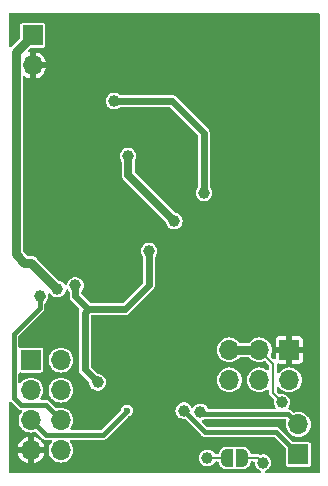
<source format=gbr>
%TF.GenerationSoftware,KiCad,Pcbnew,8.0.9-8.0.9-0~ubuntu24.04.1*%
%TF.CreationDate,2025-04-13T18:37:50+02:00*%
%TF.ProjectId,FastLapLights5V,46617374-4c61-4704-9c69-676874733556,MK4*%
%TF.SameCoordinates,Original*%
%TF.FileFunction,Copper,L4,Bot*%
%TF.FilePolarity,Positive*%
%FSLAX46Y46*%
G04 Gerber Fmt 4.6, Leading zero omitted, Abs format (unit mm)*
G04 Created by KiCad (PCBNEW 8.0.9-8.0.9-0~ubuntu24.04.1) date 2025-04-13 18:37:50*
%MOMM*%
%LPD*%
G01*
G04 APERTURE LIST*
G04 Aperture macros list*
%AMFreePoly0*
4,1,19,0.500000,-0.750000,0.000000,-0.750000,0.000000,-0.744911,-0.071157,-0.744911,-0.207708,-0.704816,-0.327430,-0.627875,-0.420627,-0.520320,-0.479746,-0.390866,-0.500000,-0.250000,-0.500000,0.250000,-0.479746,0.390866,-0.420627,0.520320,-0.327430,0.627875,-0.207708,0.704816,-0.071157,0.744911,0.000000,0.744911,0.000000,0.750000,0.500000,0.750000,0.500000,-0.750000,0.500000,-0.750000,
$1*%
%AMFreePoly1*
4,1,19,0.000000,0.744911,0.071157,0.744911,0.207708,0.704816,0.327430,0.627875,0.420627,0.520320,0.479746,0.390866,0.500000,0.250000,0.500000,-0.250000,0.479746,-0.390866,0.420627,-0.520320,0.327430,-0.627875,0.207708,-0.704816,0.071157,-0.744911,0.000000,-0.744911,0.000000,-0.750000,-0.500000,-0.750000,-0.500000,0.750000,0.000000,0.750000,0.000000,0.744911,0.000000,0.744911,
$1*%
G04 Aperture macros list end*
%TA.AperFunction,ComponentPad*%
%ADD10R,1.700000X1.700000*%
%TD*%
%TA.AperFunction,ComponentPad*%
%ADD11O,1.700000X1.700000*%
%TD*%
%TA.AperFunction,SMDPad,CuDef*%
%ADD12FreePoly0,180.000000*%
%TD*%
%TA.AperFunction,SMDPad,CuDef*%
%ADD13FreePoly1,180.000000*%
%TD*%
%TA.AperFunction,ViaPad*%
%ADD14C,1.000000*%
%TD*%
%TA.AperFunction,ViaPad*%
%ADD15C,0.700000*%
%TD*%
%TA.AperFunction,ViaPad*%
%ADD16C,0.600000*%
%TD*%
%TA.AperFunction,Conductor*%
%ADD17C,0.600000*%
%TD*%
%TA.AperFunction,Conductor*%
%ADD18C,0.200000*%
%TD*%
%TA.AperFunction,Conductor*%
%ADD19C,0.800000*%
%TD*%
%TA.AperFunction,Conductor*%
%ADD20C,0.400000*%
%TD*%
%TA.AperFunction,Conductor*%
%ADD21C,0.700000*%
%TD*%
G04 APERTURE END LIST*
D10*
%TO.P,J4,1,Pin_1*%
%TO.N,+5V*%
X44860000Y-116620000D03*
D11*
%TO.P,J4,2,Pin_2*%
%TO.N,/START_LIGHTS_5V*%
X47400000Y-116620000D03*
%TO.P,J4,3,Pin_3*%
%TO.N,/TRACK_LIGHTS_G*%
X44860000Y-119160000D03*
%TO.P,J4,4,Pin_4*%
%TO.N,/TRACK_LIGHTS_R*%
X47400000Y-119160000D03*
%TO.P,J4,5,Pin_5*%
%TO.N,/IO_POWER_RAIL_INT*%
X44860000Y-121700000D03*
%TO.P,J4,6,Pin_6*%
%TO.N,/IO_POWER_RAIL_DATA*%
X47400000Y-121700000D03*
%TO.P,J4,7,Pin_7*%
%TO.N,GND*%
X44860000Y-124240000D03*
%TO.P,J4,8,Pin_8*%
%TO.N,+3.3V*%
X47400000Y-124240000D03*
%TD*%
D10*
%TO.P,J1,1,Pin_1*%
%TO.N,VRAIL*%
X45000000Y-89125000D03*
D11*
%TO.P,J1,2,Pin_2*%
%TO.N,GND*%
X45000000Y-91665000D03*
%TD*%
D10*
%TO.P,J3,1,Pin_1*%
%TO.N,/I2C_SDA*%
X67500000Y-124600000D03*
D11*
%TO.P,J3,2,Pin_2*%
%TO.N,/I2C_SCL*%
X67500000Y-122060000D03*
%TD*%
D10*
%TO.P,J2,1,Pin_1*%
%TO.N,GND*%
X66740000Y-115760000D03*
D11*
%TO.P,J2,2,Pin_2*%
%TO.N,/SWD_SWCLK*%
X66740000Y-118300000D03*
%TO.P,J2,3,Pin_3*%
%TO.N,+3.3V*%
X64200000Y-115760000D03*
%TO.P,J2,4,Pin_4*%
%TO.N,/SWD_SWDIO*%
X64200000Y-118300000D03*
%TO.P,J2,5,Pin_5*%
%TO.N,+3.3V*%
X61660000Y-115760000D03*
%TO.P,J2,6,Pin_6*%
%TO.N,/SWD_NRST*%
X61660000Y-118300000D03*
%TD*%
D12*
%TO.P,JP1,1,A*%
%TO.N,Net-(JP1-A)*%
X62750000Y-124900000D03*
D13*
%TO.P,JP1,2,B*%
%TO.N,Net-(JP1-B)*%
X61450000Y-124900000D03*
%TD*%
D14*
%TO.N,GND*%
X53400000Y-117000000D03*
X45000000Y-107300000D03*
X54300000Y-98300000D03*
X64000000Y-104200000D03*
X45000000Y-93800000D03*
X68500000Y-104200000D03*
X50600000Y-125300000D03*
X50200000Y-107625000D03*
X62500000Y-104200000D03*
X61000000Y-113200000D03*
X57100000Y-91875000D03*
X61500000Y-108700000D03*
X55925000Y-90700000D03*
X54200000Y-121900000D03*
X61500000Y-110200000D03*
X67000000Y-104200000D03*
X52025000Y-110200000D03*
X56200000Y-120900000D03*
X54825000Y-111950000D03*
D15*
X55300000Y-117500000D03*
D14*
X65500000Y-104200000D03*
X56225000Y-96450000D03*
X64000000Y-113200000D03*
X68500000Y-113200000D03*
X53100000Y-114000000D03*
X56050000Y-100750000D03*
X62500000Y-113200000D03*
D16*
X48900000Y-122200000D03*
D14*
X55700000Y-123200000D03*
X59500000Y-118700000D03*
X58800000Y-112600000D03*
X57000000Y-109375000D03*
X59500000Y-117200000D03*
X46600000Y-107400000D03*
X50900000Y-119700000D03*
X58200000Y-103900000D03*
X67000000Y-113200000D03*
X65500000Y-113200000D03*
X61000000Y-104200000D03*
X61500000Y-107200000D03*
%TO.N,+3.3V*%
X66112792Y-120200000D03*
%TO.N,/I2C_SDA*%
X57800000Y-120900000D03*
%TO.N,/I2C_SCL*%
X59200000Y-121000000D03*
%TO.N,VRAIL*%
X47100000Y-110600000D03*
%TO.N,/IO_POWER_RAIL_DATA*%
X45600000Y-111200000D03*
%TO.N,/VRAIL_CAP*%
X53075000Y-99350000D03*
X57000000Y-104850000D03*
D16*
%TO.N,/IO_POWER_RAIL_INT*%
X53000000Y-120900000D03*
D14*
%TO.N,+5V*%
X51900000Y-94700000D03*
X50500000Y-118500000D03*
X48625000Y-110300000D03*
X59500000Y-102450000D03*
X54845000Y-107395000D03*
%TO.N,Net-(JP1-A)*%
X64500000Y-125300000D03*
%TO.N,Net-(JP1-B)*%
X59800000Y-124900000D03*
%TD*%
D17*
%TO.N,+5V*%
X51900000Y-94700000D02*
X56800000Y-94700000D01*
X56800000Y-94700000D02*
X59500000Y-97400000D01*
X59500000Y-97400000D02*
X59500000Y-102450000D01*
D18*
%TO.N,+3.3V*%
X65350000Y-119437208D02*
X65350000Y-116910000D01*
X65350000Y-116910000D02*
X64200000Y-115760000D01*
X66112792Y-120200000D02*
X65350000Y-119437208D01*
D19*
X64200000Y-115760000D02*
X61660000Y-115760000D01*
D20*
%TO.N,/I2C_SDA*%
X59600000Y-122700000D02*
X65600000Y-122700000D01*
X57800000Y-120900000D02*
X59600000Y-122700000D01*
X65600000Y-122700000D02*
X67500000Y-124600000D01*
%TO.N,/I2C_SCL*%
X66640000Y-121200000D02*
X67500000Y-122060000D01*
X59200000Y-121000000D02*
X59400000Y-121200000D01*
X59400000Y-121200000D02*
X66640000Y-121200000D01*
D19*
%TO.N,VRAIL*%
X44900000Y-108400000D02*
X44300000Y-108400000D01*
X47100000Y-110600000D02*
X44900000Y-108400000D01*
X43550000Y-107650000D02*
X43550000Y-90575000D01*
X43550000Y-90575000D02*
X45000000Y-89125000D01*
X44300000Y-108400000D02*
X43550000Y-107650000D01*
D20*
%TO.N,/IO_POWER_RAIL_DATA*%
X46110000Y-120410000D02*
X47400000Y-121700000D01*
X43400000Y-114400000D02*
X43400000Y-119800000D01*
X45600000Y-111200000D02*
X45600000Y-112200000D01*
X44010000Y-120410000D02*
X46110000Y-120410000D01*
X43400000Y-119800000D02*
X44010000Y-120410000D01*
X45600000Y-112200000D02*
X43400000Y-114400000D01*
X45872793Y-111200000D02*
X45600000Y-111200000D01*
D21*
%TO.N,/VRAIL_CAP*%
X53075000Y-100925000D02*
X53075000Y-99350000D01*
X57000000Y-104850000D02*
X53075000Y-100925000D01*
D20*
%TO.N,/IO_POWER_RAIL_INT*%
X50950000Y-122950000D02*
X46110000Y-122950000D01*
X46110000Y-122950000D02*
X44860000Y-121700000D01*
X53000000Y-120900000D02*
X50950000Y-122950000D01*
D17*
%TO.N,+5V*%
X49400000Y-117400000D02*
X49400000Y-112600000D01*
X54845000Y-107395000D02*
X54845000Y-110255000D01*
X48625000Y-111225000D02*
X48625000Y-110300000D01*
X50500000Y-118500000D02*
X49400000Y-117400000D01*
X49700000Y-112300000D02*
X48625000Y-111225000D01*
X54845000Y-110255000D02*
X52800000Y-112300000D01*
X49400000Y-112600000D02*
X49700000Y-112300000D01*
X52800000Y-112300000D02*
X49700000Y-112300000D01*
D18*
%TO.N,Net-(JP1-A)*%
X62750000Y-124900000D02*
X64100000Y-124900000D01*
X64100000Y-124900000D02*
X64500000Y-125300000D01*
%TO.N,Net-(JP1-B)*%
X59800000Y-124900000D02*
X61450000Y-124900000D01*
%TD*%
%TA.AperFunction,Conductor*%
%TO.N,GND*%
G36*
X69242539Y-87220185D02*
G01*
X69288294Y-87272989D01*
X69299500Y-87324500D01*
X69299500Y-126075500D01*
X69279815Y-126142539D01*
X69227011Y-126188294D01*
X69175500Y-126199500D01*
X64794808Y-126199500D01*
X64727769Y-126179815D01*
X64682014Y-126127011D01*
X64672070Y-126057853D01*
X64701095Y-125994297D01*
X64744101Y-125964261D01*
X64743584Y-125963276D01*
X64900849Y-125880736D01*
X64900850Y-125880734D01*
X64900852Y-125880734D01*
X65028183Y-125767929D01*
X65124818Y-125627930D01*
X65185140Y-125468872D01*
X65205645Y-125300000D01*
X65185140Y-125131128D01*
X65124818Y-124972070D01*
X65028183Y-124832071D01*
X64914244Y-124731130D01*
X64900849Y-124719263D01*
X64750226Y-124640210D01*
X64585056Y-124599500D01*
X64414944Y-124599500D01*
X64414943Y-124599500D01*
X64298734Y-124628142D01*
X64228932Y-124625072D01*
X64221607Y-124622306D01*
X64215991Y-124619979D01*
X64177775Y-124609739D01*
X64139562Y-124599500D01*
X64139560Y-124599500D01*
X63562941Y-124599500D01*
X63495902Y-124579815D01*
X63450147Y-124527011D01*
X63440203Y-124493147D01*
X63438089Y-124478443D01*
X63438088Y-124478441D01*
X63438088Y-124478439D01*
X63421609Y-124422317D01*
X63421606Y-124422310D01*
X63361887Y-124291543D01*
X63361878Y-124291527D01*
X63353275Y-124278141D01*
X63330259Y-124242327D01*
X63330255Y-124242322D01*
X63330250Y-124242315D01*
X63264362Y-124166276D01*
X63236105Y-124133666D01*
X63191899Y-124095361D01*
X63191898Y-124095360D01*
X63070950Y-124017631D01*
X63070946Y-124017629D01*
X63070945Y-124017629D01*
X63017740Y-123993331D01*
X62927897Y-123966951D01*
X62879789Y-123952825D01*
X62879777Y-123952822D01*
X62821890Y-123944500D01*
X62821889Y-123944500D01*
X62250000Y-123944500D01*
X62249995Y-123944500D01*
X62204272Y-123949651D01*
X62159643Y-123971144D01*
X62090701Y-123982495D01*
X62053659Y-123966951D01*
X62051752Y-123970913D01*
X62039164Y-123964851D01*
X61950004Y-123944500D01*
X61950000Y-123944500D01*
X61378111Y-123944500D01*
X61378109Y-123944500D01*
X61320222Y-123952822D01*
X61320210Y-123952825D01*
X61182260Y-123993331D01*
X61129055Y-124017629D01*
X61129049Y-124017631D01*
X61008101Y-124095360D01*
X61008100Y-124095361D01*
X60963892Y-124133669D01*
X60869749Y-124242315D01*
X60869738Y-124242331D01*
X60838121Y-124291527D01*
X60838112Y-124291543D01*
X60778393Y-124422310D01*
X60761912Y-124478438D01*
X60761910Y-124478443D01*
X60759797Y-124493147D01*
X60730772Y-124556703D01*
X60671994Y-124594477D01*
X60637059Y-124599500D01*
X60508832Y-124599500D01*
X60441793Y-124579815D01*
X60406782Y-124545941D01*
X60328183Y-124432071D01*
X60200852Y-124319266D01*
X60200849Y-124319263D01*
X60050226Y-124240210D01*
X59885056Y-124199500D01*
X59714944Y-124199500D01*
X59549773Y-124240210D01*
X59399150Y-124319263D01*
X59271816Y-124432072D01*
X59175182Y-124572068D01*
X59114860Y-124731125D01*
X59114859Y-124731130D01*
X59094355Y-124900000D01*
X59114859Y-125068869D01*
X59114860Y-125068874D01*
X59175182Y-125227931D01*
X59207879Y-125275300D01*
X59271817Y-125367929D01*
X59377505Y-125461560D01*
X59399150Y-125480736D01*
X59545732Y-125557668D01*
X59549775Y-125559790D01*
X59714944Y-125600500D01*
X59885056Y-125600500D01*
X60050225Y-125559790D01*
X60148033Y-125508456D01*
X60200849Y-125480736D01*
X60200850Y-125480734D01*
X60200852Y-125480734D01*
X60328183Y-125367929D01*
X60406782Y-125254058D01*
X60461065Y-125210069D01*
X60508832Y-125200500D01*
X60637059Y-125200500D01*
X60704098Y-125220185D01*
X60749853Y-125272989D01*
X60759797Y-125306853D01*
X60761910Y-125321556D01*
X60761912Y-125321561D01*
X60775526Y-125367927D01*
X60778393Y-125377689D01*
X60838112Y-125508456D01*
X60838121Y-125508472D01*
X60869738Y-125557668D01*
X60869749Y-125557684D01*
X60901696Y-125594552D01*
X60963895Y-125666334D01*
X61008100Y-125704638D01*
X61008101Y-125704639D01*
X61129049Y-125782368D01*
X61129051Y-125782368D01*
X61129055Y-125782371D01*
X61182260Y-125806669D01*
X61320215Y-125847176D01*
X61378111Y-125855500D01*
X61378114Y-125855500D01*
X61950003Y-125855500D01*
X61950003Y-125855499D01*
X61995728Y-125850348D01*
X62004724Y-125846015D01*
X62040354Y-125828857D01*
X62109295Y-125817504D01*
X62146336Y-125833055D01*
X62148248Y-125829087D01*
X62160835Y-125835148D01*
X62160836Y-125835148D01*
X62160837Y-125835149D01*
X62227428Y-125850348D01*
X62249995Y-125855499D01*
X62250000Y-125855500D01*
X62821886Y-125855500D01*
X62821889Y-125855500D01*
X62879785Y-125847176D01*
X63017740Y-125806669D01*
X63070945Y-125782371D01*
X63093421Y-125767927D01*
X63101088Y-125762999D01*
X63191899Y-125704639D01*
X63236105Y-125666334D01*
X63328426Y-125559789D01*
X63330250Y-125557684D01*
X63330252Y-125557681D01*
X63330259Y-125557673D01*
X63361881Y-125508468D01*
X63361884Y-125508460D01*
X63361887Y-125508456D01*
X63421606Y-125377689D01*
X63421609Y-125377683D01*
X63438088Y-125321561D01*
X63438089Y-125321556D01*
X63440203Y-125306853D01*
X63469228Y-125243297D01*
X63528006Y-125205523D01*
X63562941Y-125200500D01*
X63672419Y-125200500D01*
X63739458Y-125220185D01*
X63785213Y-125272989D01*
X63795515Y-125309553D01*
X63814859Y-125468869D01*
X63814860Y-125468874D01*
X63875182Y-125627931D01*
X63928130Y-125704638D01*
X63971817Y-125767929D01*
X64070665Y-125855500D01*
X64099150Y-125880736D01*
X64256416Y-125963276D01*
X64255749Y-125964544D01*
X64304866Y-126001736D01*
X64328923Y-126067334D01*
X64313696Y-126135524D01*
X64264020Y-126184657D01*
X64205192Y-126199500D01*
X43124500Y-126199500D01*
X43057461Y-126179815D01*
X43011706Y-126127011D01*
X43000500Y-126075500D01*
X43000500Y-123989999D01*
X43735487Y-123989999D01*
X43735488Y-123990000D01*
X44426988Y-123990000D01*
X44394075Y-124047007D01*
X44360000Y-124174174D01*
X44360000Y-124305826D01*
X44394075Y-124432993D01*
X44426988Y-124490000D01*
X43735488Y-124490000D01*
X43783062Y-124657205D01*
X43783067Y-124657218D01*
X43878061Y-124847991D01*
X44006500Y-125018071D01*
X44164000Y-125161651D01*
X44164002Y-125161653D01*
X44345201Y-125273846D01*
X44345207Y-125273849D01*
X44543941Y-125350838D01*
X44610000Y-125363186D01*
X44610000Y-124673012D01*
X44667007Y-124705925D01*
X44794174Y-124740000D01*
X44925826Y-124740000D01*
X45052993Y-124705925D01*
X45110000Y-124673012D01*
X45110000Y-125363185D01*
X45176058Y-125350838D01*
X45374792Y-125273849D01*
X45374798Y-125273846D01*
X45555997Y-125161653D01*
X45555999Y-125161651D01*
X45713499Y-125018071D01*
X45841938Y-124847991D01*
X45936932Y-124657218D01*
X45936937Y-124657205D01*
X45984512Y-124490000D01*
X45293012Y-124490000D01*
X45325925Y-124432993D01*
X45360000Y-124305826D01*
X45360000Y-124174174D01*
X45325925Y-124047007D01*
X45293012Y-123990000D01*
X45984512Y-123990000D01*
X45984512Y-123989999D01*
X45936937Y-123822794D01*
X45936932Y-123822781D01*
X45841938Y-123632008D01*
X45710046Y-123457356D01*
X45711754Y-123456065D01*
X45685267Y-123401769D01*
X45685358Y-123400995D01*
X45641424Y-123391438D01*
X45617313Y-123374243D01*
X45555999Y-123318348D01*
X45555997Y-123318346D01*
X45374798Y-123206153D01*
X45374789Y-123206149D01*
X45176063Y-123129163D01*
X45176058Y-123129162D01*
X45110000Y-123116813D01*
X45110000Y-123806988D01*
X45052993Y-123774075D01*
X44925826Y-123740000D01*
X44794174Y-123740000D01*
X44667007Y-123774075D01*
X44610000Y-123806988D01*
X44610000Y-123116813D01*
X44543941Y-123129162D01*
X44543936Y-123129163D01*
X44345210Y-123206149D01*
X44345201Y-123206153D01*
X44164002Y-123318346D01*
X44164000Y-123318348D01*
X44006500Y-123461928D01*
X43878061Y-123632008D01*
X43783067Y-123822781D01*
X43783062Y-123822794D01*
X43735487Y-123989999D01*
X43000500Y-123989999D01*
X43000500Y-120266255D01*
X43020185Y-120199216D01*
X43072989Y-120153461D01*
X43142147Y-120143517D01*
X43205703Y-120172542D01*
X43212181Y-120178574D01*
X43764087Y-120730480D01*
X43855412Y-120783207D01*
X43957273Y-120810500D01*
X43968845Y-120810500D01*
X44035884Y-120830185D01*
X44081639Y-120882989D01*
X44091583Y-120952147D01*
X44064698Y-121013165D01*
X43982317Y-121113546D01*
X43884769Y-121296043D01*
X43824699Y-121494067D01*
X43804417Y-121700000D01*
X43824699Y-121905932D01*
X43824700Y-121905934D01*
X43884768Y-122103954D01*
X43982315Y-122286450D01*
X43993025Y-122299500D01*
X44113589Y-122446410D01*
X44194951Y-122513181D01*
X44273550Y-122577685D01*
X44456046Y-122675232D01*
X44654066Y-122735300D01*
X44654065Y-122735300D01*
X44672529Y-122737118D01*
X44860000Y-122755583D01*
X45065934Y-122735300D01*
X45196581Y-122695668D01*
X45266447Y-122695046D01*
X45320256Y-122726649D01*
X45788532Y-123194925D01*
X45822017Y-123256248D01*
X45821645Y-123261438D01*
X45869516Y-123273615D01*
X45955408Y-123323205D01*
X45955409Y-123323205D01*
X45955412Y-123323207D01*
X46057273Y-123350500D01*
X46162727Y-123350500D01*
X46508845Y-123350500D01*
X46575884Y-123370185D01*
X46621639Y-123422989D01*
X46631583Y-123492147D01*
X46604698Y-123553165D01*
X46522317Y-123653546D01*
X46424769Y-123836043D01*
X46364699Y-124034067D01*
X46344417Y-124240000D01*
X46364699Y-124445932D01*
X46364700Y-124445934D01*
X46424768Y-124643954D01*
X46522315Y-124826450D01*
X46522317Y-124826452D01*
X46653589Y-124986410D01*
X46692169Y-125018071D01*
X46813550Y-125117685D01*
X46996046Y-125215232D01*
X47194066Y-125275300D01*
X47194065Y-125275300D01*
X47212529Y-125277118D01*
X47400000Y-125295583D01*
X47605934Y-125275300D01*
X47803954Y-125215232D01*
X47986450Y-125117685D01*
X48146410Y-124986410D01*
X48277685Y-124826450D01*
X48375232Y-124643954D01*
X48435300Y-124445934D01*
X48455583Y-124240000D01*
X48435300Y-124034066D01*
X48375232Y-123836046D01*
X48277685Y-123653550D01*
X48195302Y-123553165D01*
X48167989Y-123488855D01*
X48179780Y-123419987D01*
X48226933Y-123368427D01*
X48291155Y-123350500D01*
X51002725Y-123350500D01*
X51002727Y-123350500D01*
X51104588Y-123323207D01*
X51195913Y-123270480D01*
X53040992Y-121425400D01*
X53093737Y-121394106D01*
X53210050Y-121359954D01*
X53210050Y-121359953D01*
X53210053Y-121359953D01*
X53331128Y-121282143D01*
X53425377Y-121173373D01*
X53485165Y-121042457D01*
X53505647Y-120900000D01*
X57094355Y-120900000D01*
X57114859Y-121068869D01*
X57114860Y-121068874D01*
X57175182Y-121227931D01*
X57222197Y-121296043D01*
X57271817Y-121367929D01*
X57336691Y-121425402D01*
X57399150Y-121480736D01*
X57549773Y-121559789D01*
X57549775Y-121559790D01*
X57714944Y-121600500D01*
X57882745Y-121600500D01*
X57949784Y-121620185D01*
X57970426Y-121636819D01*
X59279519Y-122945912D01*
X59279520Y-122945913D01*
X59354087Y-123020480D01*
X59445413Y-123073207D01*
X59547273Y-123100500D01*
X59652727Y-123100500D01*
X65382745Y-123100500D01*
X65449784Y-123120185D01*
X65470426Y-123136819D01*
X66413181Y-124079573D01*
X66446666Y-124140896D01*
X66449500Y-124167254D01*
X66449500Y-125469752D01*
X66461131Y-125528229D01*
X66461132Y-125528230D01*
X66505447Y-125594552D01*
X66571769Y-125638867D01*
X66571770Y-125638868D01*
X66630247Y-125650499D01*
X66630250Y-125650500D01*
X66630252Y-125650500D01*
X68369750Y-125650500D01*
X68369751Y-125650499D01*
X68384568Y-125647552D01*
X68428229Y-125638868D01*
X68428229Y-125638867D01*
X68428231Y-125638867D01*
X68494552Y-125594552D01*
X68538867Y-125528231D01*
X68538867Y-125528229D01*
X68538868Y-125528229D01*
X68550499Y-125469752D01*
X68550500Y-125469750D01*
X68550500Y-123730249D01*
X68550499Y-123730247D01*
X68538868Y-123671770D01*
X68538867Y-123671769D01*
X68494552Y-123605447D01*
X68428230Y-123561132D01*
X68428229Y-123561131D01*
X68369752Y-123549500D01*
X68369748Y-123549500D01*
X67067254Y-123549500D01*
X67000215Y-123529815D01*
X66979573Y-123513181D01*
X65845915Y-122379522D01*
X65845914Y-122379521D01*
X65845913Y-122379520D01*
X65800250Y-122353156D01*
X65754589Y-122326793D01*
X65703657Y-122313146D01*
X65652727Y-122299500D01*
X65652726Y-122299500D01*
X59817255Y-122299500D01*
X59750216Y-122279815D01*
X59729574Y-122263181D01*
X59345721Y-121879328D01*
X59312236Y-121818005D01*
X59317220Y-121748313D01*
X59359092Y-121692380D01*
X59403729Y-121671250D01*
X59450225Y-121659790D01*
X59536128Y-121614703D01*
X59593754Y-121600500D01*
X66374424Y-121600500D01*
X66441463Y-121620185D01*
X66487218Y-121672989D01*
X66497162Y-121742147D01*
X66493084Y-121760496D01*
X66464700Y-121854063D01*
X66464699Y-121854065D01*
X66444417Y-122060000D01*
X66464699Y-122265932D01*
X66470923Y-122286450D01*
X66524768Y-122463954D01*
X66622315Y-122646450D01*
X66622317Y-122646452D01*
X66753589Y-122806410D01*
X66850209Y-122885702D01*
X66913550Y-122937685D01*
X67096046Y-123035232D01*
X67294066Y-123095300D01*
X67294065Y-123095300D01*
X67312529Y-123097118D01*
X67500000Y-123115583D01*
X67705934Y-123095300D01*
X67903954Y-123035232D01*
X68086450Y-122937685D01*
X68246410Y-122806410D01*
X68377685Y-122646450D01*
X68475232Y-122463954D01*
X68535300Y-122265934D01*
X68555583Y-122060000D01*
X68535300Y-121854066D01*
X68475232Y-121656046D01*
X68377685Y-121473550D01*
X68317735Y-121400500D01*
X68246410Y-121313589D01*
X68086452Y-121182317D01*
X68086453Y-121182317D01*
X68086450Y-121182315D01*
X67903954Y-121084768D01*
X67705934Y-121024700D01*
X67705932Y-121024699D01*
X67705934Y-121024699D01*
X67500000Y-121004417D01*
X67294067Y-121024699D01*
X67235528Y-121042457D01*
X67163418Y-121064331D01*
X67093553Y-121064954D01*
X67039744Y-121033351D01*
X66885915Y-120879522D01*
X66885913Y-120879520D01*
X66829274Y-120846819D01*
X66794589Y-120826793D01*
X66772349Y-120820834D01*
X66742249Y-120812769D01*
X66682590Y-120776405D01*
X66652061Y-120713559D01*
X66660355Y-120644183D01*
X66672295Y-120622554D01*
X66684371Y-120605060D01*
X66737610Y-120527930D01*
X66797932Y-120368872D01*
X66818437Y-120200000D01*
X66797932Y-120031128D01*
X66797930Y-120031124D01*
X66768905Y-119954588D01*
X66737610Y-119872070D01*
X66734699Y-119867853D01*
X66650902Y-119746453D01*
X66640975Y-119732071D01*
X66513644Y-119619266D01*
X66513641Y-119619263D01*
X66363287Y-119540351D01*
X66356210Y-119533503D01*
X66353223Y-119534352D01*
X66324655Y-119530754D01*
X66197849Y-119499500D01*
X66197848Y-119499500D01*
X66027736Y-119499500D01*
X66027732Y-119499500D01*
X65942827Y-119520426D01*
X65873025Y-119517356D01*
X65825473Y-119487710D01*
X65686819Y-119349056D01*
X65653334Y-119287733D01*
X65650500Y-119261375D01*
X65650500Y-118974909D01*
X65670185Y-118907870D01*
X65722989Y-118862115D01*
X65792147Y-118852171D01*
X65855703Y-118881196D01*
X65870350Y-118896241D01*
X65911375Y-118946231D01*
X65993589Y-119046410D01*
X66059884Y-119100816D01*
X66153550Y-119177685D01*
X66336046Y-119275232D01*
X66390324Y-119291697D01*
X66420071Y-119311191D01*
X66445272Y-119308971D01*
X66456890Y-119311889D01*
X66534066Y-119335300D01*
X66740000Y-119355583D01*
X66945934Y-119335300D01*
X67143954Y-119275232D01*
X67326450Y-119177685D01*
X67486410Y-119046410D01*
X67617685Y-118886450D01*
X67715232Y-118703954D01*
X67775300Y-118505934D01*
X67795583Y-118300000D01*
X67775300Y-118094066D01*
X67715232Y-117896046D01*
X67617685Y-117713550D01*
X67520583Y-117595230D01*
X67486410Y-117553589D01*
X67326452Y-117422317D01*
X67326453Y-117422317D01*
X67326450Y-117422315D01*
X67143954Y-117324768D01*
X66945934Y-117264700D01*
X66945932Y-117264699D01*
X66945934Y-117264699D01*
X66740000Y-117244417D01*
X66534067Y-117264699D01*
X66336043Y-117324769D01*
X66258140Y-117366410D01*
X66153550Y-117422315D01*
X66153548Y-117422316D01*
X66153547Y-117422317D01*
X65993589Y-117553589D01*
X65870354Y-117703754D01*
X65812608Y-117743089D01*
X65742763Y-117744960D01*
X65682995Y-117708773D01*
X65652279Y-117646017D01*
X65650500Y-117625090D01*
X65650500Y-117022494D01*
X65670185Y-116955455D01*
X65722989Y-116909700D01*
X65792147Y-116899756D01*
X65810983Y-116905158D01*
X65811124Y-116904641D01*
X65820124Y-116907089D01*
X65845206Y-116909999D01*
X66489999Y-116909999D01*
X66490000Y-116909998D01*
X66490000Y-116193012D01*
X66547007Y-116225925D01*
X66674174Y-116260000D01*
X66805826Y-116260000D01*
X66932993Y-116225925D01*
X66990000Y-116193012D01*
X66990000Y-116909999D01*
X67634786Y-116909999D01*
X67634808Y-116909997D01*
X67659869Y-116907091D01*
X67659873Y-116907090D01*
X67762474Y-116861788D01*
X67762479Y-116861785D01*
X67841785Y-116782479D01*
X67841788Y-116782474D01*
X67887089Y-116679877D01*
X67887089Y-116679875D01*
X67889999Y-116654794D01*
X67890000Y-116654791D01*
X67890000Y-116010000D01*
X67173012Y-116010000D01*
X67205925Y-115952993D01*
X67240000Y-115825826D01*
X67240000Y-115694174D01*
X67205925Y-115567007D01*
X67173012Y-115510000D01*
X67889999Y-115510000D01*
X67889999Y-114865214D01*
X67889997Y-114865191D01*
X67887091Y-114840130D01*
X67887090Y-114840126D01*
X67841788Y-114737525D01*
X67841785Y-114737520D01*
X67762479Y-114658214D01*
X67762474Y-114658211D01*
X67659876Y-114612910D01*
X67634794Y-114610000D01*
X66990000Y-114610000D01*
X66990000Y-115326988D01*
X66932993Y-115294075D01*
X66805826Y-115260000D01*
X66674174Y-115260000D01*
X66547007Y-115294075D01*
X66490000Y-115326988D01*
X66490000Y-114610000D01*
X65845214Y-114610000D01*
X65845191Y-114610002D01*
X65820130Y-114612908D01*
X65820126Y-114612909D01*
X65717525Y-114658211D01*
X65717520Y-114658214D01*
X65638214Y-114737520D01*
X65638211Y-114737525D01*
X65592910Y-114840122D01*
X65592910Y-114840124D01*
X65590000Y-114865205D01*
X65590000Y-115510000D01*
X66306988Y-115510000D01*
X66274075Y-115567007D01*
X66240000Y-115694174D01*
X66240000Y-115825826D01*
X66274075Y-115952993D01*
X66306988Y-116010000D01*
X65590001Y-116010000D01*
X65590001Y-116425668D01*
X65570316Y-116492707D01*
X65517512Y-116538462D01*
X65448354Y-116548406D01*
X65384798Y-116519381D01*
X65378320Y-116513349D01*
X65189298Y-116324327D01*
X65155813Y-116263004D01*
X65160797Y-116193312D01*
X65167618Y-116178197D01*
X65175232Y-116163954D01*
X65235300Y-115965934D01*
X65255583Y-115760000D01*
X65235300Y-115554066D01*
X65175232Y-115356046D01*
X65077685Y-115173550D01*
X65025702Y-115110209D01*
X64946410Y-115013589D01*
X64786452Y-114882317D01*
X64786453Y-114882317D01*
X64786450Y-114882315D01*
X64603954Y-114784768D01*
X64405934Y-114724700D01*
X64405932Y-114724699D01*
X64405934Y-114724699D01*
X64200000Y-114704417D01*
X63994067Y-114724699D01*
X63796043Y-114784769D01*
X63692487Y-114840122D01*
X63613550Y-114882315D01*
X63613548Y-114882316D01*
X63613547Y-114882317D01*
X63453589Y-115013590D01*
X63371050Y-115114165D01*
X63313305Y-115153499D01*
X63275197Y-115159500D01*
X62584803Y-115159500D01*
X62517764Y-115139815D01*
X62488950Y-115114165D01*
X62406410Y-115013590D01*
X62246452Y-114882317D01*
X62246453Y-114882317D01*
X62246450Y-114882315D01*
X62063954Y-114784768D01*
X61865934Y-114724700D01*
X61865932Y-114724699D01*
X61865934Y-114724699D01*
X61660000Y-114704417D01*
X61454067Y-114724699D01*
X61256043Y-114784769D01*
X61152487Y-114840122D01*
X61073550Y-114882315D01*
X61073548Y-114882316D01*
X61073547Y-114882317D01*
X60913589Y-115013589D01*
X60782317Y-115173547D01*
X60684769Y-115356043D01*
X60624699Y-115554067D01*
X60604417Y-115760000D01*
X60624699Y-115965932D01*
X60624700Y-115965934D01*
X60684768Y-116163954D01*
X60782315Y-116346450D01*
X60816969Y-116388677D01*
X60913589Y-116506410D01*
X61010209Y-116585702D01*
X61073550Y-116637685D01*
X61256046Y-116735232D01*
X61454066Y-116795300D01*
X61454065Y-116795300D01*
X61472529Y-116797118D01*
X61660000Y-116815583D01*
X61865934Y-116795300D01*
X62063954Y-116735232D01*
X62246450Y-116637685D01*
X62406410Y-116506410D01*
X62488950Y-116405835D01*
X62546695Y-116366501D01*
X62584803Y-116360500D01*
X63275197Y-116360500D01*
X63342236Y-116380185D01*
X63371050Y-116405835D01*
X63453590Y-116506410D01*
X63613550Y-116637685D01*
X63796046Y-116735232D01*
X63994066Y-116795300D01*
X63994065Y-116795300D01*
X64012529Y-116797118D01*
X64200000Y-116815583D01*
X64405934Y-116795300D01*
X64603954Y-116735232D01*
X64618191Y-116727621D01*
X64686592Y-116713379D01*
X64751837Y-116738377D01*
X64764327Y-116749298D01*
X65013181Y-116998152D01*
X65046666Y-117059475D01*
X65049500Y-117085833D01*
X65049500Y-117376017D01*
X65029815Y-117443056D01*
X64977011Y-117488811D01*
X64907853Y-117498755D01*
X64846836Y-117471871D01*
X64786453Y-117422317D01*
X64786451Y-117422316D01*
X64786450Y-117422315D01*
X64603954Y-117324768D01*
X64405934Y-117264700D01*
X64405932Y-117264699D01*
X64405934Y-117264699D01*
X64200000Y-117244417D01*
X63994067Y-117264699D01*
X63796043Y-117324769D01*
X63718140Y-117366410D01*
X63613550Y-117422315D01*
X63613548Y-117422316D01*
X63613547Y-117422317D01*
X63453589Y-117553589D01*
X63327431Y-117707316D01*
X63322315Y-117713550D01*
X63286895Y-117779815D01*
X63224769Y-117896043D01*
X63164699Y-118094067D01*
X63144417Y-118300000D01*
X63164699Y-118505932D01*
X63173072Y-118533533D01*
X63224768Y-118703954D01*
X63322315Y-118886450D01*
X63322317Y-118886452D01*
X63453589Y-119046410D01*
X63519884Y-119100816D01*
X63613550Y-119177685D01*
X63796046Y-119275232D01*
X63994066Y-119335300D01*
X63994065Y-119335300D01*
X64012529Y-119337118D01*
X64200000Y-119355583D01*
X64405934Y-119335300D01*
X64603954Y-119275232D01*
X64786450Y-119177685D01*
X64846835Y-119128129D01*
X64911145Y-119100816D01*
X64980013Y-119112607D01*
X65031573Y-119159760D01*
X65049500Y-119223982D01*
X65049500Y-119476770D01*
X65065683Y-119537163D01*
X65069979Y-119553197D01*
X65070489Y-119554080D01*
X65070502Y-119554102D01*
X65109539Y-119621717D01*
X65109541Y-119621720D01*
X65396252Y-119908431D01*
X65429737Y-119969754D01*
X65428969Y-120025782D01*
X65427652Y-120031124D01*
X65407147Y-120200000D01*
X65427651Y-120368869D01*
X65427652Y-120368874D01*
X65487974Y-120527931D01*
X65541213Y-120605060D01*
X65563096Y-120671414D01*
X65545631Y-120739066D01*
X65494363Y-120786536D01*
X65439163Y-120799500D01*
X59958736Y-120799500D01*
X59891697Y-120779815D01*
X59845942Y-120727011D01*
X59842794Y-120719470D01*
X59837053Y-120704331D01*
X59824818Y-120672070D01*
X59824365Y-120671414D01*
X59759827Y-120577915D01*
X59728183Y-120532071D01*
X59600852Y-120419266D01*
X59600849Y-120419263D01*
X59450226Y-120340210D01*
X59285056Y-120299500D01*
X59114944Y-120299500D01*
X58949773Y-120340210D01*
X58799150Y-120419263D01*
X58671815Y-120532072D01*
X58636101Y-120583813D01*
X58581818Y-120627803D01*
X58512369Y-120635462D01*
X58449805Y-120604358D01*
X58429553Y-120577915D01*
X58429079Y-120578243D01*
X58387397Y-120517857D01*
X58328183Y-120432071D01*
X58200852Y-120319266D01*
X58200849Y-120319263D01*
X58050226Y-120240210D01*
X57885056Y-120199500D01*
X57714944Y-120199500D01*
X57549773Y-120240210D01*
X57399150Y-120319263D01*
X57271816Y-120432072D01*
X57175182Y-120572068D01*
X57114860Y-120731125D01*
X57114859Y-120731130D01*
X57094355Y-120900000D01*
X53505647Y-120900000D01*
X53485165Y-120757543D01*
X53425377Y-120626627D01*
X53331128Y-120517857D01*
X53210053Y-120440047D01*
X53210051Y-120440046D01*
X53210049Y-120440045D01*
X53210050Y-120440045D01*
X53071963Y-120399500D01*
X53071961Y-120399500D01*
X52928039Y-120399500D01*
X52928036Y-120399500D01*
X52789949Y-120440045D01*
X52668873Y-120517856D01*
X52574623Y-120626626D01*
X52574622Y-120626628D01*
X52514835Y-120757541D01*
X52514834Y-120757545D01*
X52510426Y-120788204D01*
X52481400Y-120851759D01*
X52475369Y-120858236D01*
X50820426Y-122513181D01*
X50759103Y-122546666D01*
X50732745Y-122549500D01*
X48323982Y-122549500D01*
X48256943Y-122529815D01*
X48211188Y-122477011D01*
X48201244Y-122407853D01*
X48228129Y-122346835D01*
X48266975Y-122299500D01*
X48277685Y-122286450D01*
X48375232Y-122103954D01*
X48435300Y-121905934D01*
X48455583Y-121700000D01*
X48435300Y-121494066D01*
X48375232Y-121296046D01*
X48277685Y-121113550D01*
X48204768Y-121024700D01*
X48146410Y-120953589D01*
X48016308Y-120846819D01*
X47986450Y-120822315D01*
X47803954Y-120724768D01*
X47605934Y-120664700D01*
X47605932Y-120664699D01*
X47605934Y-120664699D01*
X47400000Y-120644417D01*
X47194067Y-120664699D01*
X47113837Y-120689036D01*
X47063418Y-120704331D01*
X46993553Y-120704954D01*
X46939744Y-120673351D01*
X46355915Y-120089522D01*
X46355913Y-120089520D01*
X46310250Y-120063156D01*
X46264589Y-120036793D01*
X46213657Y-120023146D01*
X46162727Y-120009500D01*
X46162726Y-120009500D01*
X45783982Y-120009500D01*
X45716943Y-119989815D01*
X45671188Y-119937011D01*
X45661244Y-119867853D01*
X45688129Y-119806835D01*
X45709095Y-119781286D01*
X45737685Y-119746450D01*
X45835232Y-119563954D01*
X45895300Y-119365934D01*
X45915583Y-119160000D01*
X46344417Y-119160000D01*
X46364699Y-119365932D01*
X46364700Y-119365934D01*
X46424768Y-119563954D01*
X46522315Y-119746450D01*
X46556969Y-119788677D01*
X46653589Y-119906410D01*
X46712295Y-119954588D01*
X46813550Y-120037685D01*
X46996046Y-120135232D01*
X47194066Y-120195300D01*
X47194065Y-120195300D01*
X47212529Y-120197118D01*
X47400000Y-120215583D01*
X47605934Y-120195300D01*
X47803954Y-120135232D01*
X47986450Y-120037685D01*
X48146410Y-119906410D01*
X48277685Y-119746450D01*
X48375232Y-119563954D01*
X48435300Y-119365934D01*
X48455583Y-119160000D01*
X48435300Y-118954066D01*
X48375232Y-118756046D01*
X48277685Y-118573550D01*
X48219350Y-118502468D01*
X48146410Y-118413589D01*
X47986452Y-118282317D01*
X47986453Y-118282317D01*
X47986450Y-118282315D01*
X47803954Y-118184768D01*
X47605934Y-118124700D01*
X47605932Y-118124699D01*
X47605934Y-118124699D01*
X47400000Y-118104417D01*
X47194067Y-118124699D01*
X46996043Y-118184769D01*
X46885898Y-118243643D01*
X46813550Y-118282315D01*
X46813548Y-118282316D01*
X46813547Y-118282317D01*
X46653589Y-118413589D01*
X46522317Y-118573547D01*
X46424769Y-118756043D01*
X46364699Y-118954067D01*
X46344417Y-119160000D01*
X45915583Y-119160000D01*
X45895300Y-118954066D01*
X45835232Y-118756046D01*
X45737685Y-118573550D01*
X45679350Y-118502468D01*
X45606410Y-118413589D01*
X45446452Y-118282317D01*
X45446453Y-118282317D01*
X45446450Y-118282315D01*
X45263954Y-118184768D01*
X45065934Y-118124700D01*
X45065932Y-118124699D01*
X45065934Y-118124699D01*
X44860000Y-118104417D01*
X44654067Y-118124699D01*
X44456043Y-118184769D01*
X44345898Y-118243643D01*
X44273550Y-118282315D01*
X44273548Y-118282316D01*
X44273547Y-118282317D01*
X44113589Y-118413590D01*
X44020353Y-118527199D01*
X43962608Y-118566533D01*
X43892763Y-118568404D01*
X43832995Y-118532217D01*
X43802279Y-118469461D01*
X43800500Y-118448534D01*
X43800500Y-117783850D01*
X43820185Y-117716811D01*
X43872989Y-117671056D01*
X43942147Y-117661112D01*
X43948678Y-117662230D01*
X43976337Y-117667732D01*
X43990251Y-117670500D01*
X43990252Y-117670500D01*
X45729750Y-117670500D01*
X45729751Y-117670499D01*
X45744568Y-117667552D01*
X45788229Y-117658868D01*
X45788229Y-117658867D01*
X45788231Y-117658867D01*
X45854552Y-117614552D01*
X45898867Y-117548231D01*
X45898867Y-117548229D01*
X45898868Y-117548229D01*
X45910499Y-117489752D01*
X45910500Y-117489750D01*
X45910500Y-116620000D01*
X46344417Y-116620000D01*
X46364699Y-116825932D01*
X46394734Y-116924944D01*
X46424325Y-117022494D01*
X46424769Y-117023956D01*
X46431502Y-117036554D01*
X46522315Y-117206450D01*
X46522317Y-117206452D01*
X46653589Y-117366410D01*
X46721711Y-117422315D01*
X46813550Y-117497685D01*
X46996046Y-117595232D01*
X47194066Y-117655300D01*
X47194065Y-117655300D01*
X47212529Y-117657118D01*
X47400000Y-117675583D01*
X47605934Y-117655300D01*
X47803954Y-117595232D01*
X47986450Y-117497685D01*
X48146410Y-117366410D01*
X48277685Y-117206450D01*
X48375232Y-117023954D01*
X48435300Y-116825934D01*
X48455583Y-116620000D01*
X48435300Y-116414066D01*
X48375232Y-116216046D01*
X48277685Y-116033550D01*
X48211574Y-115952993D01*
X48146410Y-115873589D01*
X47996121Y-115750252D01*
X47986450Y-115742315D01*
X47803954Y-115644768D01*
X47605934Y-115584700D01*
X47605932Y-115584699D01*
X47605934Y-115584699D01*
X47400000Y-115564417D01*
X47194067Y-115584699D01*
X46996043Y-115644769D01*
X46908114Y-115691769D01*
X46813550Y-115742315D01*
X46813548Y-115742316D01*
X46813547Y-115742317D01*
X46653589Y-115873589D01*
X46522317Y-116033547D01*
X46424769Y-116216043D01*
X46364699Y-116414067D01*
X46344417Y-116620000D01*
X45910500Y-116620000D01*
X45910500Y-115750249D01*
X45910499Y-115750247D01*
X45898868Y-115691770D01*
X45898867Y-115691769D01*
X45854552Y-115625447D01*
X45788230Y-115581132D01*
X45788229Y-115581131D01*
X45729752Y-115569500D01*
X45729748Y-115569500D01*
X43990252Y-115569500D01*
X43948690Y-115577767D01*
X43879099Y-115571539D01*
X43823922Y-115528675D01*
X43800678Y-115462785D01*
X43800500Y-115456149D01*
X43800500Y-114617255D01*
X43820185Y-114550216D01*
X43836819Y-114529574D01*
X44432648Y-113933745D01*
X45920480Y-112445913D01*
X45973207Y-112354588D01*
X46000500Y-112252727D01*
X46000500Y-112147273D01*
X46000500Y-111836853D01*
X46020185Y-111769814D01*
X46042268Y-111744042D01*
X46128183Y-111667929D01*
X46224818Y-111527930D01*
X46285140Y-111368872D01*
X46305645Y-111200000D01*
X46290008Y-111071223D01*
X46301468Y-111002304D01*
X46348371Y-110950518D01*
X46415827Y-110932310D01*
X46482418Y-110953462D01*
X46515153Y-110985839D01*
X46571815Y-111067927D01*
X46699150Y-111180736D01*
X46849773Y-111259789D01*
X46849775Y-111259790D01*
X47014944Y-111300500D01*
X47185056Y-111300500D01*
X47350225Y-111259790D01*
X47464144Y-111200000D01*
X47500849Y-111180736D01*
X47500850Y-111180734D01*
X47500852Y-111180734D01*
X47628183Y-111067929D01*
X47724818Y-110927930D01*
X47785140Y-110768872D01*
X47792451Y-110708653D01*
X47820072Y-110644478D01*
X47878006Y-110605420D01*
X47947858Y-110603885D01*
X48007453Y-110640358D01*
X48017597Y-110653161D01*
X48101078Y-110774103D01*
X48098807Y-110775670D01*
X48123034Y-110827190D01*
X48124500Y-110846204D01*
X48124500Y-111159108D01*
X48124500Y-111290892D01*
X48141554Y-111354539D01*
X48158608Y-111418187D01*
X48191554Y-111475250D01*
X48224500Y-111532314D01*
X48224502Y-111532316D01*
X48926865Y-112234679D01*
X48960350Y-112296002D01*
X48955366Y-112365694D01*
X48946572Y-112384358D01*
X48933610Y-112406809D01*
X48933608Y-112406814D01*
X48899500Y-112534108D01*
X48899500Y-117465891D01*
X48933608Y-117593187D01*
X48952028Y-117625090D01*
X48999500Y-117707314D01*
X48999502Y-117707316D01*
X49764396Y-118472210D01*
X49797881Y-118533533D01*
X49799811Y-118544943D01*
X49814859Y-118668870D01*
X49814860Y-118668875D01*
X49875182Y-118827930D01*
X49875182Y-118827931D01*
X49915577Y-118886452D01*
X49971817Y-118967929D01*
X50060404Y-119046410D01*
X50099150Y-119080736D01*
X50249718Y-119159760D01*
X50249775Y-119159790D01*
X50414944Y-119200500D01*
X50585056Y-119200500D01*
X50750225Y-119159790D01*
X50840124Y-119112607D01*
X50900849Y-119080736D01*
X50900850Y-119080734D01*
X50900852Y-119080734D01*
X51028183Y-118967929D01*
X51124818Y-118827930D01*
X51185140Y-118668872D01*
X51205645Y-118500000D01*
X51185140Y-118331128D01*
X51173335Y-118300000D01*
X60604417Y-118300000D01*
X60624699Y-118505932D01*
X60633072Y-118533533D01*
X60684768Y-118703954D01*
X60782315Y-118886450D01*
X60782317Y-118886452D01*
X60913589Y-119046410D01*
X60979884Y-119100816D01*
X61073550Y-119177685D01*
X61256046Y-119275232D01*
X61454066Y-119335300D01*
X61454065Y-119335300D01*
X61472529Y-119337118D01*
X61660000Y-119355583D01*
X61865934Y-119335300D01*
X62063954Y-119275232D01*
X62246450Y-119177685D01*
X62406410Y-119046410D01*
X62537685Y-118886450D01*
X62635232Y-118703954D01*
X62695300Y-118505934D01*
X62715583Y-118300000D01*
X62695300Y-118094066D01*
X62635232Y-117896046D01*
X62537685Y-117713550D01*
X62440583Y-117595230D01*
X62406410Y-117553589D01*
X62246452Y-117422317D01*
X62246453Y-117422317D01*
X62246450Y-117422315D01*
X62063954Y-117324768D01*
X61865934Y-117264700D01*
X61865932Y-117264699D01*
X61865934Y-117264699D01*
X61660000Y-117244417D01*
X61454067Y-117264699D01*
X61256043Y-117324769D01*
X61178140Y-117366410D01*
X61073550Y-117422315D01*
X61073548Y-117422316D01*
X61073547Y-117422317D01*
X60913589Y-117553589D01*
X60787431Y-117707316D01*
X60782315Y-117713550D01*
X60746895Y-117779815D01*
X60684769Y-117896043D01*
X60624699Y-118094067D01*
X60604417Y-118300000D01*
X51173335Y-118300000D01*
X51124818Y-118172070D01*
X51028183Y-118032071D01*
X50900852Y-117919266D01*
X50900849Y-117919263D01*
X50750226Y-117840210D01*
X50585056Y-117799500D01*
X50558676Y-117799500D01*
X50491637Y-117779815D01*
X50470995Y-117763181D01*
X49936819Y-117229005D01*
X49903334Y-117167682D01*
X49900500Y-117141324D01*
X49900500Y-112924500D01*
X49920185Y-112857461D01*
X49972989Y-112811706D01*
X50024500Y-112800500D01*
X52865890Y-112800500D01*
X52865892Y-112800500D01*
X52993186Y-112766392D01*
X53107314Y-112700500D01*
X55245500Y-110562314D01*
X55311392Y-110448186D01*
X55345500Y-110320892D01*
X55345500Y-110189107D01*
X55345500Y-107941204D01*
X55365185Y-107874165D01*
X55368985Y-107869146D01*
X55368922Y-107869103D01*
X55416966Y-107799499D01*
X55469818Y-107722930D01*
X55530140Y-107563872D01*
X55550645Y-107395000D01*
X55530140Y-107226128D01*
X55469818Y-107067070D01*
X55373183Y-106927071D01*
X55245852Y-106814266D01*
X55245849Y-106814263D01*
X55095226Y-106735210D01*
X54930056Y-106694500D01*
X54759944Y-106694500D01*
X54594773Y-106735210D01*
X54444150Y-106814263D01*
X54316816Y-106927072D01*
X54220182Y-107067068D01*
X54159860Y-107226125D01*
X54159859Y-107226130D01*
X54139355Y-107395000D01*
X54159859Y-107563869D01*
X54159860Y-107563874D01*
X54220182Y-107722931D01*
X54321078Y-107869103D01*
X54318807Y-107870670D01*
X54343034Y-107922190D01*
X54344500Y-107941204D01*
X54344500Y-109996324D01*
X54324815Y-110063363D01*
X54308181Y-110084005D01*
X52629005Y-111763181D01*
X52567682Y-111796666D01*
X52541324Y-111799500D01*
X49958676Y-111799500D01*
X49891637Y-111779815D01*
X49870995Y-111763181D01*
X49161819Y-111054005D01*
X49128334Y-110992682D01*
X49125500Y-110966324D01*
X49125500Y-110846204D01*
X49145185Y-110779165D01*
X49148985Y-110774146D01*
X49148922Y-110774103D01*
X49194096Y-110708656D01*
X49249818Y-110627930D01*
X49310140Y-110468872D01*
X49330645Y-110300000D01*
X49310140Y-110131128D01*
X49249818Y-109972070D01*
X49227826Y-109940210D01*
X49197231Y-109895885D01*
X49153183Y-109832071D01*
X49025852Y-109719266D01*
X49025849Y-109719263D01*
X48875226Y-109640210D01*
X48710056Y-109599500D01*
X48539944Y-109599500D01*
X48374773Y-109640210D01*
X48224150Y-109719263D01*
X48096816Y-109832072D01*
X48000182Y-109972068D01*
X47939860Y-110131125D01*
X47939859Y-110131131D01*
X47932548Y-110191345D01*
X47904926Y-110255523D01*
X47846991Y-110294579D01*
X47777139Y-110296114D01*
X47717545Y-110259639D01*
X47707402Y-110246839D01*
X47628183Y-110132071D01*
X47500852Y-110019266D01*
X47500849Y-110019263D01*
X47350226Y-109940210D01*
X47303126Y-109928601D01*
X47245120Y-109895885D01*
X45387590Y-108038355D01*
X45387588Y-108038352D01*
X45268717Y-107919481D01*
X45268716Y-107919480D01*
X45170766Y-107862929D01*
X45131785Y-107840423D01*
X44979057Y-107799499D01*
X44820943Y-107799499D01*
X44813347Y-107799499D01*
X44813331Y-107799500D01*
X44600097Y-107799500D01*
X44533058Y-107779815D01*
X44512416Y-107763181D01*
X44186819Y-107437584D01*
X44153334Y-107376261D01*
X44150500Y-107349903D01*
X44150500Y-99350000D01*
X52369355Y-99350000D01*
X52389859Y-99518869D01*
X52389860Y-99518874D01*
X52450182Y-99677931D01*
X52502550Y-99753798D01*
X52524433Y-99820152D01*
X52524500Y-99824238D01*
X52524500Y-100852526D01*
X52524500Y-100997474D01*
X52562016Y-101137485D01*
X52634489Y-101263013D01*
X52634491Y-101263016D01*
X56274169Y-104902694D01*
X56307654Y-104964017D01*
X56309584Y-104975426D01*
X56314859Y-105018871D01*
X56314860Y-105018875D01*
X56375182Y-105177930D01*
X56375182Y-105177931D01*
X56437475Y-105268177D01*
X56471817Y-105317929D01*
X56577505Y-105411560D01*
X56599150Y-105430736D01*
X56749773Y-105509789D01*
X56749775Y-105509790D01*
X56914944Y-105550500D01*
X57085056Y-105550500D01*
X57250225Y-105509790D01*
X57329692Y-105468081D01*
X57400849Y-105430736D01*
X57400850Y-105430734D01*
X57400852Y-105430734D01*
X57528183Y-105317929D01*
X57624818Y-105177930D01*
X57685140Y-105018872D01*
X57705645Y-104850000D01*
X57685140Y-104681128D01*
X57624818Y-104522070D01*
X57528183Y-104382071D01*
X57400852Y-104269266D01*
X57400849Y-104269263D01*
X57250226Y-104190210D01*
X57109287Y-104155472D01*
X57051281Y-104122756D01*
X53661819Y-100733294D01*
X53628334Y-100671971D01*
X53625500Y-100645613D01*
X53625500Y-99824238D01*
X53645185Y-99757199D01*
X53647450Y-99753798D01*
X53661670Y-99733196D01*
X53699818Y-99677930D01*
X53760140Y-99518872D01*
X53780645Y-99350000D01*
X53760140Y-99181128D01*
X53699818Y-99022070D01*
X53603183Y-98882071D01*
X53475852Y-98769266D01*
X53475849Y-98769263D01*
X53325226Y-98690210D01*
X53160056Y-98649500D01*
X52989944Y-98649500D01*
X52824773Y-98690210D01*
X52674150Y-98769263D01*
X52546816Y-98882072D01*
X52450182Y-99022068D01*
X52389860Y-99181125D01*
X52389859Y-99181130D01*
X52369355Y-99350000D01*
X44150500Y-99350000D01*
X44150500Y-94700000D01*
X51194355Y-94700000D01*
X51214859Y-94868869D01*
X51214860Y-94868874D01*
X51275182Y-95027931D01*
X51337475Y-95118177D01*
X51371817Y-95167929D01*
X51443782Y-95231684D01*
X51499150Y-95280736D01*
X51649773Y-95359789D01*
X51649775Y-95359790D01*
X51814944Y-95400500D01*
X51985056Y-95400500D01*
X52150225Y-95359790D01*
X52300852Y-95280734D01*
X52356218Y-95231683D01*
X52419451Y-95201963D01*
X52438445Y-95200500D01*
X56541324Y-95200500D01*
X56608363Y-95220185D01*
X56629005Y-95236819D01*
X58963181Y-97570995D01*
X58996666Y-97632318D01*
X58999500Y-97658676D01*
X58999500Y-101903796D01*
X58979815Y-101970835D01*
X58976015Y-101975854D01*
X58976078Y-101975898D01*
X58875182Y-102122068D01*
X58814860Y-102281125D01*
X58814859Y-102281130D01*
X58794355Y-102450000D01*
X58814859Y-102618869D01*
X58814860Y-102618874D01*
X58875182Y-102777931D01*
X58937475Y-102868177D01*
X58971817Y-102917929D01*
X59077505Y-103011560D01*
X59099150Y-103030736D01*
X59249773Y-103109789D01*
X59249775Y-103109790D01*
X59414944Y-103150500D01*
X59585056Y-103150500D01*
X59750225Y-103109790D01*
X59829692Y-103068081D01*
X59900849Y-103030736D01*
X59900850Y-103030734D01*
X59900852Y-103030734D01*
X60028183Y-102917929D01*
X60124818Y-102777930D01*
X60185140Y-102618872D01*
X60205645Y-102450000D01*
X60185140Y-102281128D01*
X60124818Y-102122070D01*
X60028183Y-101982071D01*
X60028182Y-101982070D01*
X60023922Y-101975898D01*
X60026186Y-101974334D01*
X60001961Y-101922774D01*
X60000500Y-101903796D01*
X60000500Y-97334110D01*
X60000500Y-97334108D01*
X59966392Y-97206814D01*
X59900500Y-97092686D01*
X59807314Y-96999500D01*
X57107314Y-94299500D01*
X57050250Y-94266554D01*
X56993187Y-94233608D01*
X56929539Y-94216554D01*
X56865892Y-94199500D01*
X56865891Y-94199500D01*
X52438445Y-94199500D01*
X52371406Y-94179815D01*
X52356218Y-94168316D01*
X52300852Y-94119266D01*
X52300850Y-94119265D01*
X52300849Y-94119264D01*
X52150226Y-94040210D01*
X51985056Y-93999500D01*
X51814944Y-93999500D01*
X51649773Y-94040210D01*
X51499150Y-94119263D01*
X51371816Y-94232072D01*
X51275182Y-94372068D01*
X51214860Y-94531125D01*
X51214859Y-94531130D01*
X51194355Y-94700000D01*
X44150500Y-94700000D01*
X44150500Y-92714230D01*
X44170185Y-92647191D01*
X44222989Y-92601436D01*
X44292147Y-92591492D01*
X44339778Y-92608803D01*
X44485206Y-92698848D01*
X44485207Y-92698849D01*
X44683941Y-92775838D01*
X44750000Y-92788186D01*
X44750000Y-92098012D01*
X44807007Y-92130925D01*
X44934174Y-92165000D01*
X45065826Y-92165000D01*
X45192993Y-92130925D01*
X45250000Y-92098012D01*
X45250000Y-92788185D01*
X45316058Y-92775838D01*
X45514792Y-92698849D01*
X45514798Y-92698846D01*
X45695997Y-92586653D01*
X45695999Y-92586651D01*
X45853499Y-92443071D01*
X45981938Y-92272991D01*
X46076932Y-92082218D01*
X46076937Y-92082205D01*
X46124512Y-91915000D01*
X45433012Y-91915000D01*
X45465925Y-91857993D01*
X45500000Y-91730826D01*
X45500000Y-91599174D01*
X45465925Y-91472007D01*
X45433012Y-91415000D01*
X46124512Y-91415000D01*
X46124512Y-91414999D01*
X46076937Y-91247794D01*
X46076932Y-91247781D01*
X45981938Y-91057008D01*
X45853499Y-90886928D01*
X45695999Y-90743348D01*
X45695997Y-90743346D01*
X45514798Y-90631153D01*
X45514789Y-90631149D01*
X45316063Y-90554163D01*
X45316058Y-90554162D01*
X45250000Y-90541813D01*
X45250000Y-91231988D01*
X45192993Y-91199075D01*
X45065826Y-91165000D01*
X44934174Y-91165000D01*
X44807007Y-91199075D01*
X44750000Y-91231988D01*
X44750000Y-90541812D01*
X44748806Y-90540821D01*
X44683508Y-90534217D01*
X44628829Y-90490719D01*
X44606347Y-90424565D01*
X44623200Y-90356759D01*
X44642551Y-90331684D01*
X44762419Y-90211816D01*
X44823740Y-90178334D01*
X44850098Y-90175500D01*
X45869750Y-90175500D01*
X45869751Y-90175499D01*
X45884568Y-90172552D01*
X45928229Y-90163868D01*
X45928229Y-90163867D01*
X45928231Y-90163867D01*
X45994552Y-90119552D01*
X46038867Y-90053231D01*
X46038867Y-90053229D01*
X46038868Y-90053229D01*
X46050499Y-89994752D01*
X46050500Y-89994750D01*
X46050500Y-88255249D01*
X46050499Y-88255247D01*
X46038868Y-88196770D01*
X46038867Y-88196769D01*
X45994552Y-88130447D01*
X45928230Y-88086132D01*
X45928229Y-88086131D01*
X45869752Y-88074500D01*
X45869748Y-88074500D01*
X44130252Y-88074500D01*
X44130247Y-88074500D01*
X44071770Y-88086131D01*
X44071769Y-88086132D01*
X44005447Y-88130447D01*
X43961132Y-88196769D01*
X43961131Y-88196770D01*
X43949500Y-88255247D01*
X43949500Y-89274902D01*
X43929815Y-89341941D01*
X43913181Y-89362583D01*
X43212181Y-90063583D01*
X43150858Y-90097068D01*
X43081166Y-90092084D01*
X43025233Y-90050212D01*
X43000816Y-89984748D01*
X43000500Y-89975902D01*
X43000500Y-87324500D01*
X43020185Y-87257461D01*
X43072989Y-87211706D01*
X43124500Y-87200500D01*
X69175500Y-87200500D01*
X69242539Y-87220185D01*
G37*
%TD.AperFunction*%
%TD*%
M02*

</source>
